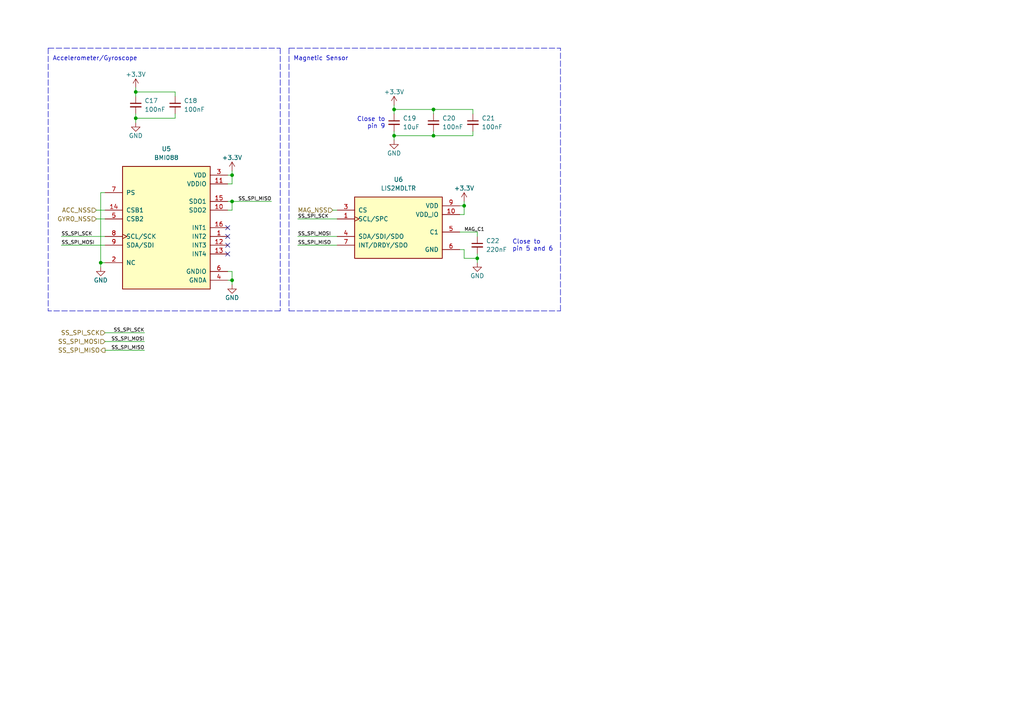
<source format=kicad_sch>
(kicad_sch (version 20211123) (generator eeschema)
  (paper "A4")
  (title_block (title "STM32 Flight Controller") (date "2022-11-01") (rev "B") (company "casterian.net"))
  (lib_symbols
    (symbol "BMI088:BMI088" (pin_names (offset 1.016))
      (property "Reference" "U?" (at 0 22.86 0))
      (property "Value" "BMI088" (at 0 20.32 0))
      (symbol "BMI088_0_0"
        (rectangle (start -12.7 -17.78) (end 12.7 17.78) (stroke (width 0.254)) (fill (type background)))
        (pin bidirectional line (at 17.78 -2.54 180) (length 5.08) (name "INT2") (number "1"))
        (pin output line (at 17.78 5.08 180) (length 5.08) (name "SDO2") (number "10"))
        (pin power_in line (at 17.78 12.7 180) (length 5.08) (name "VDDIO") (number "11"))
        (pin bidirectional line (at 17.78 -5.08 180) (length 5.08) (name "INT3") (number "12"))
        (pin bidirectional line (at 17.78 -7.62 180) (length 5.08) (name "INT4") (number "13"))
        (pin input line (at -17.78 5.08 0) (length 5.08) (name "CSB1") (number "14"))
        (pin output line (at 17.78 7.62 180) (length 5.08) (name "SDO1") (number "15"))
        (pin bidirectional line (at 17.78 0 180) (length 5.08) (name "INT1") (number "16"))
        (pin input line (at -17.78 -10.16 0) (length 5.08) (name "NC") (number "2"))
        (pin power_in line (at 17.78 15.24 180) (length 5.08) (name "VDD") (number "3"))
        (pin power_in line (at 17.78 -15.24 180) (length 5.08) (name "GNDA") (number "4"))
        (pin input line (at -17.78 2.54 0) (length 5.08) (name "CSB2") (number "5"))
        (pin power_in line (at 17.78 -12.7 180) (length 5.08) (name "GNDIO") (number "6"))
        (pin input line (at -17.78 10.16 0) (length 5.08) (name "PS") (number "7"))
        (pin input clock (at -17.78 -2.54 0) (length 5.08) (name "SCL/SCK") (number "8"))
        (pin bidirectional line (at -17.78 -5.08 0) (length 5.08) (name "SDA/SDI") (number "9"))
      )
    )
    (symbol "Device:C_Small" (pin_numbers hide) (pin_names (offset 0.254) hide)
      (property "Reference" "C" (at 0.254 1.778 0))
      (property "Value" "C_Small" (at 0.254 -2.032 0))
      (symbol "C_Small_0_1"
        (polyline (pts (xy -1.524 -0.508) (xy 1.524 -0.508)) (stroke (width 0.3302)))
        (polyline (pts (xy -1.524 0.508) (xy 1.524 0.508)) (stroke (width 0.3048)))
      )
      (symbol "C_Small_1_1"
        (pin passive line (at 0 2.54 270) (length 2.032) (name "~") (number "1"))
        (pin passive line (at 0 -2.54 90) (length 2.032) (name "~") (number "2"))
      )
    )
    (symbol "LIS2MDLTR:LIS2MDLTR" (pin_names (offset 1.016))
      (property "Reference" "U5" (at 0 13.97 0))
      (property "Value" "LIS2MDLTR" (at 0 11.43 0))
      (symbol "LIS2MDLTR_0_0"
        (rectangle (start -12.7 8.89) (end 12.7 -8.89) (stroke (width 0.254)) (fill (type background)))
        (pin input clock (at -17.78 2.54 0) (length 5.08) (name "SCL/SPC") (number "1"))
        (pin power_in line (at 17.78 3.81 180) (length 5.08) (name "VDD_IO") (number "10"))
        (pin no_connect line (at 0 -13.97 90) (length 5.08) hide (name "NC2") (number "11"))
        (pin no_connect line (at 2.54 -13.97 90) (length 5.08) hide (name "NC3") (number "12"))
        (pin no_connect line (at -2.54 -13.97 90) (length 5.08) hide (name "NC1") (number "2"))
        (pin input line (at -17.78 5.08 0) (length 5.08) (name "CS") (number "3"))
        (pin bidirectional line (at -17.78 -2.54 0) (length 5.08) (name "SDA/SDI/SDO") (number "4"))
        (pin passive line (at 17.78 -1.27 180) (length 5.08) (name "C1") (number "5"))
        (pin power_in line (at 17.78 -6.35 180) (length 5.08) (name "GND") (number "6"))
        (pin bidirectional line (at -17.78 -5.08 0) (length 5.08) (name "INT/DRDY/SDO") (number "7"))
        (pin power_in line (at 17.78 -6.35 180) (length 5.08) hide (name "GND") (number "8"))
        (pin power_in line (at 17.78 6.35 180) (length 5.08) (name "VDD") (number "9"))
      )
    )
    (symbol "power:+3.3V" (power) (pin_names (offset 0))
      (property "Value" "+3.3V" (at 0 3.556 0))
      (symbol "+3.3V_0_1"
        (polyline (pts (xy -0.762 1.27) (xy 0 2.54)))
        (polyline (pts (xy 0 0) (xy 0 2.54)))
        (polyline (pts (xy 0 2.54) (xy 0.762 1.27)))
      )
      (symbol "+3.3V_1_1"
        (pin power_in line (at 0 0 90) (length 0) hide (name "+3.3V") (number "1"))
      )
    )
    (symbol "power:GND" (power) (pin_names (offset 0))
      (property "Value" "GND" (at 0 -3.81 0))
      (symbol "GND_0_1"
        (polyline (pts (xy 0 0) (xy 0 -1.27) (xy 1.27 -1.27) (xy 0 -2.54) (xy -1.27 -1.27) (xy 0 -1.27)))
      )
      (symbol "GND_1_1"
        (pin power_in line (at 0 0 270) (length 0) hide (name "GND") (number "1"))
      )
    )
  )
  (junction (at 67.31 50.8))
  (junction (at 134.62 59.69))
  (junction (at 39.37 34.29))
  (junction (at 39.37 26.67))
  (junction (at 29.21 76.2))
  (junction (at 138.43 74.93))
  (junction (at 125.73 39.37))
  (junction (at 67.31 58.42))
  (junction (at 114.3 39.37))
  (junction (at 125.73 31.75))
  (junction (at 114.3 31.75))
  (junction (at 67.31 81.28))
  (no_connect (at 66.04 73.66))
  (no_connect (at 66.04 66.04))
  (no_connect (at 66.04 68.58))
  (no_connect (at 66.04 71.12))
  (wire (pts (xy 137.16 38.1) (xy 137.16 39.37)))
  (wire (pts (xy 30.48 99.06) (xy 41.91 99.06)))
  (wire (pts (xy 67.31 81.28) (xy 67.31 82.55)))
  (wire (pts (xy 66.04 78.74) (xy 67.31 78.74)))
  (polyline (pts (xy 83.82 90.17) (xy 162.56 90.17)))
  (wire (pts (xy 66.04 53.34) (xy 67.31 53.34)))
  (wire (pts (xy 133.35 62.23) (xy 134.62 62.23)))
  (wire (pts (xy 29.21 55.88) (xy 30.48 55.88)))
  (polyline (pts (xy 83.82 13.97) (xy 83.82 90.17)))
  (wire (pts (xy 134.62 59.69) (xy 134.62 62.23)))
  (wire (pts (xy 67.31 49.53) (xy 67.31 50.8)))
  (wire (pts (xy 86.36 68.58) (xy 97.79 68.58)))
  (wire (pts (xy 29.21 55.88) (xy 29.21 76.2)))
  (wire (pts (xy 66.04 60.96) (xy 67.31 60.96)))
  (wire (pts (xy 50.8 33.02) (xy 50.8 34.29)))
  (wire (pts (xy 137.16 33.02) (xy 137.16 31.75)))
  (wire (pts (xy 133.35 72.39) (xy 134.62 72.39)))
  (wire (pts (xy 50.8 26.67) (xy 50.8 27.94)))
  (polyline (pts (xy 81.28 90.17) (xy 13.97 90.17)))
  (wire (pts (xy 125.73 39.37) (xy 114.3 39.37)))
  (wire (pts (xy 67.31 60.96) (xy 67.31 58.42)))
  (wire (pts (xy 30.48 101.6) (xy 41.91 101.6)))
  (wire (pts (xy 50.8 34.29) (xy 39.37 34.29)))
  (wire (pts (xy 39.37 33.02) (xy 39.37 34.29)))
  (wire (pts (xy 67.31 50.8) (xy 67.31 53.34)))
  (polyline (pts (xy 13.97 13.97) (xy 81.28 13.97)))
  (wire (pts (xy 134.62 72.39) (xy 134.62 74.93)))
  (wire (pts (xy 138.43 67.31) (xy 138.43 68.58)))
  (wire (pts (xy 30.48 96.52) (xy 41.91 96.52)))
  (wire (pts (xy 96.52 60.96) (xy 97.79 60.96)))
  (wire (pts (xy 114.3 31.75) (xy 114.3 33.02)))
  (polyline (pts (xy 162.56 90.17) (xy 162.56 13.97)))
  (wire (pts (xy 39.37 25.4) (xy 39.37 26.67)))
  (wire (pts (xy 67.31 58.42) (xy 78.74 58.42)))
  (wire (pts (xy 125.73 39.37) (xy 137.16 39.37)))
  (wire (pts (xy 66.04 81.28) (xy 67.31 81.28)))
  (wire (pts (xy 66.04 50.8) (xy 67.31 50.8)))
  (wire (pts (xy 27.94 63.5) (xy 30.48 63.5)))
  (wire (pts (xy 86.36 71.12) (xy 97.79 71.12)))
  (wire (pts (xy 133.35 59.69) (xy 134.62 59.69)))
  (wire (pts (xy 138.43 74.93) (xy 138.43 76.2)))
  (wire (pts (xy 30.48 71.12) (xy 17.78 71.12)))
  (wire (pts (xy 66.04 58.42) (xy 67.31 58.42)))
  (wire (pts (xy 30.48 68.58) (xy 17.78 68.58)))
  (wire (pts (xy 114.3 39.37) (xy 114.3 40.64)))
  (polyline (pts (xy 83.82 13.97) (xy 162.56 13.97)))
  (wire (pts (xy 114.3 30.48) (xy 114.3 31.75)))
  (wire (pts (xy 86.36 63.5) (xy 97.79 63.5)))
  (wire (pts (xy 39.37 34.29) (xy 39.37 35.56)))
  (wire (pts (xy 27.94 60.96) (xy 30.48 60.96)))
  (wire (pts (xy 134.62 58.42) (xy 134.62 59.69)))
  (wire (pts (xy 114.3 31.75) (xy 125.73 31.75)))
  (wire (pts (xy 125.73 31.75) (xy 125.73 33.02)))
  (wire (pts (xy 134.62 74.93) (xy 138.43 74.93)))
  (wire (pts (xy 125.73 31.75) (xy 137.16 31.75)))
  (wire (pts (xy 114.3 38.1) (xy 114.3 39.37)))
  (wire (pts (xy 29.21 76.2) (xy 29.21 77.47)))
  (wire (pts (xy 125.73 38.1) (xy 125.73 39.37)))
  (wire (pts (xy 133.35 67.31) (xy 138.43 67.31)))
  (wire (pts (xy 39.37 26.67) (xy 50.8 26.67)))
  (wire (pts (xy 67.31 78.74) (xy 67.31 81.28)))
  (wire (pts (xy 30.48 76.2) (xy 29.21 76.2)))
  (wire (pts (xy 138.43 73.66) (xy 138.43 74.93)))
  (wire (pts (xy 39.37 26.67) (xy 39.37 27.94)))
  (polyline (pts (xy 13.97 13.97) (xy 13.97 90.17)))
  (polyline (pts (xy 81.28 13.97) (xy 81.28 90.17)))
  (text "Close to\npin 9" (at 111.76 37.465 180) (effects (font (size 1.27 1.27)) (justify right bottom)))
  (text "Magnetic Sensor" (at 85.09 17.78 0) (effects (font (size 1.27 1.27)) (justify left bottom)))
  (text "Accelerometer/Gyroscope" (at 15.24 17.78 0) (effects (font (size 1.27 1.27)) (justify left bottom)))
  (text "Close to\npin 5 and 6" (at 148.59 73.025 0) (effects (font (size 1.27 1.27)) (justify left bottom)))
  (label "SS_SPI_SCK" (at 17.78 68.58 0) (effects (font (size 1 1))))
  (label "SS_SPI_MISO" (at 78.74 58.42 180) (effects (font (size 1 1))))
  (label "SS_SPI_SCK" (at 41.91 96.52 180) (effects (font (size 1 1))))
  (label "SS_SPI_MOSI" (at 86.36 68.58 0) (effects (font (size 1 1))))
  (label "SS_SPI_MISO" (at 86.36 71.12 0) (effects (font (size 1 1))))
  (label "MAG_C1" (at 134.62 67.31 0) (effects (font (size 1 1))))
  (label "SS_SPI_SCK" (at 86.36 63.5 0) (effects (font (size 1 1))))
  (label "SS_SPI_MOSI" (at 17.78 71.12 0) (effects (font (size 1 1))))
  (label "SS_SPI_MISO" (at 41.91 101.6 180) (effects (font (size 1 1))))
  (label "SS_SPI_MOSI" (at 41.91 99.06 180) (effects (font (size 1 1))))
  (hierarchical_label "GYRO_NSS" (shape input) (at 27.94 63.5 180))
  (hierarchical_label "ACC_NSS" (shape input) (at 27.94 60.96 180))
  (hierarchical_label "SS_SPI_MISO" (shape output) (at 30.48 101.6 180))
  (hierarchical_label "SS_SPI_MOSI" (shape input) (at 30.48 99.06 180))
  (hierarchical_label "MAG_NSS" (shape input) (at 96.52 60.96 180))
  (hierarchical_label "SS_SPI_SCK" (shape input) (at 30.48 96.52 180))
  (symbol (lib_id "power:GND") (at 39.37 35.56 0) (unit 1)
    (property "Reference" "#PWR049" (effects hide))
    (property "Value" "GND" (at 39.37 39.37 0))
  )
  (symbol (lib_id "power:+3.3V") (at 67.31 49.53 0) (unit 1)
    (property "Reference" "#PWR050" (effects hide))
    (property "Value" "+3.3V" (at 67.31 45.72 0))
  )
  (symbol (lib_id "Device:C_Small") (at 138.43 71.12 0) (unit 1)
    (property "Reference" "C22" (at 140.97 69.8562 0) (effects (justify left)))
    (property "Value" "220nF" (at 140.97 72.3962 0) (effects (justify left)))
    (property "Footprint" "Capacitor_SMD:C_0402_1005Metric" (effects hide))
    (property "LCSC" "C1525" (effects hide))
  )
  (symbol (lib_id "power:+3.3V") (at 39.37 25.4 0) (unit 1)
    (property "Reference" "#PWR048" (effects hide))
    (property "Value" "+3.3V" (at 39.37 21.59 0))
  )
  (symbol (lib_id "power:GND") (at 114.3 40.64 0) (unit 1)
    (property "Reference" "#PWR053" (effects hide))
    (property "Value" "GND" (at 114.3 44.45 0))
  )
  (symbol (lib_id "Device:C_Small") (at 137.16 35.56 0) (unit 1)
    (property "Reference" "C21" (at 139.7 34.2962 0) (effects (justify left)))
    (property "Value" "100nF" (at 139.7 36.8362 0) (effects (justify left)))
    (property "Footprint" "Capacitor_SMD:C_0402_1005Metric" (effects hide))
    (property "LCSC" "C1525" (effects hide))
  )
  (symbol (lib_id "power:+3.3V") (at 114.3 30.48 0) (unit 1)
    (property "Reference" "#PWR052" (effects hide))
    (property "Value" "+3.3V" (at 114.3 26.67 0))
  )
  (symbol (lib_id "LIS2MDLTR:LIS2MDLTR") (at 115.57 66.04 0) (unit 1)
    (property "Reference" "U6" (at 115.57 52.07 0))
    (property "Value" "LIS2MDLTR" (at 115.57 54.61 0))
    (property "Footprint" "Custom_Parts:PQFN50P200X200X70-12N" (effects hide))
    (property "MAXIMUM_PACKAGE_HEIGHT" "0.7 mm" (effects hide))
    (property "STANDARD" "IPC 7351B" (effects hide))
    (property "PARTREV" "Rev 5" (effects hide))
    (property "MANUFACTURER" "STMicroelectronics" (effects hide))
  )
  (symbol (lib_id "BMI088:BMI088") (at 48.26 66.04 0) (unit 1)
    (property "Reference" "U5" (at 48.26 43.18 0))
    (property "Value" "BMI088" (at 48.26 45.72 0))
    (property "Footprint" "Custom_Parts:PQFN50P450X300X100-16N" (effects hide))
    (property "MF" "Bosch Sensortec" (effects hide))
    (property "PRICE" "None" (effects hide))
    (property "DESCRIPTION" "Accelerometer, Gyroscope, 6 Axis Sensor I²C, SPI Output" (effects hide))
    (property "AVAILABILITY" "In Stock" (effects hide))
    (property "PURCHASE-URL" "https://pricing.snapeda.com/search/part/BMI088/?ref=eda" (effects hide))
    (property "PACKAGE" "VFLGA-16 Bosch Sensortec" (effects hide))
    (property "MP" "BMI088" (effects hide))
  )
  (symbol (lib_id "power:GND") (at 29.21 77.47 0) (unit 1)
    (property "Reference" "#PWR047" (effects hide))
    (property "Value" "GND" (at 29.21 81.28 0))
  )
  (symbol (lib_id "Device:C_Small") (at 50.8 30.48 0) (unit 1)
    (property "Reference" "C18" (at 53.34 29.2162 0) (effects (justify left)))
    (property "Value" "100nF" (at 53.34 31.7562 0) (effects (justify left)))
    (property "Footprint" "Capacitor_SMD:C_0402_1005Metric" (effects hide))
    (property "LCSC" "C1525" (effects hide))
  )
  (symbol (lib_id "power:GND") (at 138.43 76.2 0) (unit 1)
    (property "Reference" "#PWR055" (effects hide))
    (property "Value" "GND" (at 138.43 80.01 0))
  )
  (symbol (lib_id "power:GND") (at 67.31 82.55 0) (unit 1)
    (property "Reference" "#PWR051" (effects hide))
    (property "Value" "GND" (at 67.31 86.36 0))
  )
  (symbol (lib_id "power:+3.3V") (at 134.62 58.42 0) (unit 1)
    (property "Reference" "#PWR054" (effects hide))
    (property "Value" "+3.3V" (at 134.62 54.61 0))
  )
  (symbol (lib_id "Device:C_Small") (at 114.3 35.56 0) (unit 1)
    (property "Reference" "C19" (at 116.84 34.2962 0) (effects (justify left)))
    (property "Value" "10uF" (at 116.84 36.8362 0) (effects (justify left)))
    (property "Footprint" "Capacitor_SMD:C_0402_1005Metric" (effects hide))
    (property "LCSC" "C1525" (effects hide))
  )
  (symbol (lib_id "Device:C_Small") (at 125.73 35.56 0) (unit 1)
    (property "Reference" "C20" (at 128.27 34.2962 0) (effects (justify left)))
    (property "Value" "100nF" (at 128.27 36.8362 0) (effects (justify left)))
    (property "Footprint" "Capacitor_SMD:C_0402_1005Metric" (effects hide))
    (property "LCSC" "C1525" (effects hide))
  )
  (symbol (lib_id "Device:C_Small") (at 39.37 30.48 0) (unit 1)
    (property "Reference" "C17" (at 41.91 29.2162 0) (effects (justify left)))
    (property "Value" "100nF" (at 41.91 31.7562 0) (effects (justify left)))
    (property "Footprint" "Capacitor_SMD:C_0402_1005Metric" (effects hide))
    (property "LCSC" "C1525" (effects hide))
  )
)
</source>
